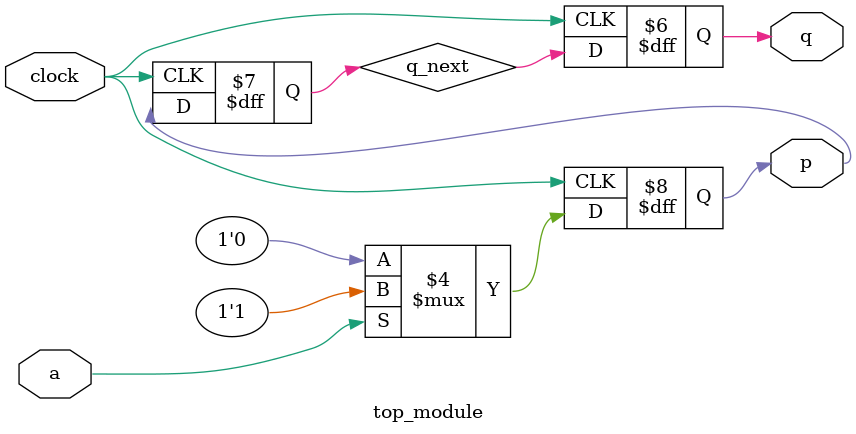
<source format=sv>
module top_module (
    input clock,
    input a, 
    output reg p,
    output reg q
);

    reg q_next;

    always @(posedge clock) begin
        if (a) begin
            p <= 1;
        end
        else begin
            p <= 0;
        end
    end

    always @(negedge clock) begin
        q_next <= p;
        q <= q_next;
    end

endmodule

</source>
